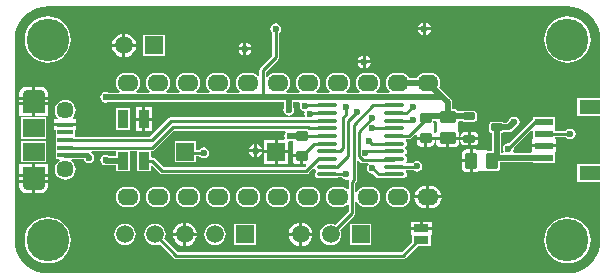
<source format=gbl>
G04 Layer_Physical_Order=2*
G04 Layer_Color=16711680*
%FSLAX44Y44*%
%MOMM*%
G71*
G01*
G75*
G04:AMPARAMS|DCode=10|XSize=1mm|YSize=0.9mm|CornerRadius=0.1125mm|HoleSize=0mm|Usage=FLASHONLY|Rotation=180.000|XOffset=0mm|YOffset=0mm|HoleType=Round|Shape=RoundedRectangle|*
%AMROUNDEDRECTD10*
21,1,1.0000,0.6750,0,0,180.0*
21,1,0.7750,0.9000,0,0,180.0*
1,1,0.2250,-0.3875,0.3375*
1,1,0.2250,0.3875,0.3375*
1,1,0.2250,0.3875,-0.3375*
1,1,0.2250,-0.3875,-0.3375*
%
%ADD10ROUNDEDRECTD10*%
%ADD12R,1.5500X0.6000*%
%ADD13R,1.8000X1.2000*%
%ADD14C,0.4000*%
%ADD15C,0.2500*%
%ADD16C,0.5000*%
%ADD17R,1.5000X1.5000*%
%ADD18C,1.5000*%
%ADD19O,1.8000X1.4000*%
G04:AMPARAMS|DCode=20|XSize=1.5mm|YSize=1.9mm|CornerRadius=0.375mm|HoleSize=0mm|Usage=FLASHONLY|Rotation=90.000|XOffset=0mm|YOffset=0mm|HoleType=Round|Shape=RoundedRectangle|*
%AMROUNDEDRECTD20*
21,1,1.5000,1.1500,0,0,90.0*
21,1,0.7500,1.9000,0,0,90.0*
1,1,0.7500,0.5750,0.3750*
1,1,0.7500,0.5750,-0.3750*
1,1,0.7500,-0.5750,-0.3750*
1,1,0.7500,-0.5750,0.3750*
%
%ADD20ROUNDEDRECTD20*%
%ADD21C,1.4500*%
%ADD22C,3.6000*%
%ADD23C,0.6000*%
%ADD24R,1.2700X0.6350*%
G04:AMPARAMS|DCode=25|XSize=1.4mm|YSize=1mm|CornerRadius=0.125mm|HoleSize=0mm|Usage=FLASHONLY|Rotation=180.000|XOffset=0mm|YOffset=0mm|HoleType=Round|Shape=RoundedRectangle|*
%AMROUNDEDRECTD25*
21,1,1.4000,0.7500,0,0,180.0*
21,1,1.1500,1.0000,0,0,180.0*
1,1,0.2500,-0.5750,0.3750*
1,1,0.2500,0.5750,0.3750*
1,1,0.2500,0.5750,-0.3750*
1,1,0.2500,-0.5750,-0.3750*
%
%ADD25ROUNDEDRECTD25*%
G04:AMPARAMS|DCode=26|XSize=1.4mm|YSize=1mm|CornerRadius=0.125mm|HoleSize=0mm|Usage=FLASHONLY|Rotation=90.000|XOffset=0mm|YOffset=0mm|HoleType=Round|Shape=RoundedRectangle|*
%AMROUNDEDRECTD26*
21,1,1.4000,0.7500,0,0,90.0*
21,1,1.1500,1.0000,0,0,90.0*
1,1,0.2500,0.3750,0.5750*
1,1,0.2500,0.3750,-0.5750*
1,1,0.2500,-0.3750,-0.5750*
1,1,0.2500,-0.3750,0.5750*
%
%ADD26ROUNDEDRECTD26*%
G04:AMPARAMS|DCode=27|XSize=0.6mm|YSize=1mm|CornerRadius=0.075mm|HoleSize=0mm|Usage=FLASHONLY|Rotation=90.000|XOffset=0mm|YOffset=0mm|HoleType=Round|Shape=RoundedRectangle|*
%AMROUNDEDRECTD27*
21,1,0.6000,0.8500,0,0,90.0*
21,1,0.4500,1.0000,0,0,90.0*
1,1,0.1500,0.4250,0.2250*
1,1,0.1500,0.4250,-0.2250*
1,1,0.1500,-0.4250,-0.2250*
1,1,0.1500,-0.4250,0.2250*
%
%ADD27ROUNDEDRECTD27*%
%ADD28R,1.9000X1.5000*%
%ADD29R,1.3500X0.4000*%
%ADD30O,1.8000X0.3500*%
%ADD31R,0.8636X1.5160*%
G36*
X470000Y227959D02*
X474374Y227615D01*
X478640Y226591D01*
X482693Y224912D01*
X486434Y222619D01*
X489770Y219770D01*
X492619Y216434D01*
X494911Y212693D01*
X496590Y208640D01*
X497615Y204374D01*
X497959Y200000D01*
X497960D01*
X497961Y199998D01*
Y150500D01*
X478500D01*
Y135500D01*
X497961D01*
Y94500D01*
X478500D01*
Y79500D01*
X497961D01*
Y30002D01*
X497960Y30000D01*
X497959D01*
X497615Y25626D01*
X496590Y21360D01*
X494911Y17307D01*
X492619Y13566D01*
X489770Y10230D01*
X486434Y7381D01*
X482693Y5088D01*
X478640Y3410D01*
X474374Y2385D01*
X470000Y2041D01*
Y2040D01*
X469999Y2039D01*
X30001D01*
X30000Y2039D01*
Y2041D01*
X25626Y2385D01*
X21360Y3410D01*
X17307Y5088D01*
X13566Y7381D01*
X10230Y10230D01*
X7381Y13566D01*
X5088Y17307D01*
X3410Y21360D01*
X2385Y25626D01*
X2041Y30000D01*
X2039D01*
X2039Y30001D01*
Y199999D01*
X2040Y200000D01*
X2041D01*
X2385Y204374D01*
X3410Y208640D01*
X5088Y212693D01*
X7381Y216434D01*
X10230Y219770D01*
X13566Y222619D01*
X17307Y224912D01*
X21360Y226591D01*
X25626Y227615D01*
X30000Y227959D01*
Y227961D01*
X470000D01*
Y227959D01*
D02*
G37*
%LPC*%
G36*
X350270Y214396D02*
Y210270D01*
X354396D01*
X354218Y211162D01*
X352994Y212994D01*
X351162Y214219D01*
X350270Y214396D01*
D02*
G37*
G36*
X347730D02*
X346838Y214219D01*
X345006Y212994D01*
X343781Y211162D01*
X343604Y210270D01*
X347730D01*
Y214396D01*
D02*
G37*
G36*
X354396Y207730D02*
X350270D01*
Y203604D01*
X351162Y203781D01*
X352994Y205006D01*
X354218Y206838D01*
X354396Y207730D01*
D02*
G37*
G36*
X347730D02*
X343604D01*
X343781Y206838D01*
X345006Y205006D01*
X346838Y203781D01*
X347730Y203604D01*
Y207730D01*
D02*
G37*
G36*
X95870Y204959D02*
Y196270D01*
X104559D01*
X104382Y197621D01*
X103370Y200063D01*
X101761Y202161D01*
X99663Y203770D01*
X97221Y204782D01*
X95870Y204959D01*
D02*
G37*
G36*
X93330Y204959D02*
X91979Y204782D01*
X89537Y203770D01*
X87439Y202161D01*
X85830Y200063D01*
X84818Y197621D01*
X84641Y196270D01*
X93330D01*
Y204959D01*
D02*
G37*
G36*
X198270Y197396D02*
Y193270D01*
X202396D01*
X202219Y194162D01*
X200994Y195994D01*
X199162Y197219D01*
X198270Y197396D01*
D02*
G37*
G36*
X195730D02*
X194838Y197219D01*
X193006Y195994D01*
X191782Y194162D01*
X191604Y193270D01*
X195730D01*
Y197396D01*
D02*
G37*
G36*
X202396Y190730D02*
X198270D01*
Y186604D01*
X199162Y186781D01*
X200994Y188006D01*
X202219Y189838D01*
X202396Y190730D01*
D02*
G37*
G36*
X195730D02*
X191604D01*
X191782Y189838D01*
X193006Y188006D01*
X194838Y186781D01*
X195730Y186604D01*
Y190730D01*
D02*
G37*
G36*
X129000Y204000D02*
X111000D01*
Y186000D01*
X129000D01*
Y204000D01*
D02*
G37*
G36*
X104559Y193730D02*
X95870D01*
Y185041D01*
X97221Y185218D01*
X99663Y186230D01*
X101761Y187839D01*
X103370Y189937D01*
X104382Y192379D01*
X104559Y193730D01*
D02*
G37*
G36*
X93330D02*
X84641D01*
X84818Y192379D01*
X85830Y189937D01*
X87439Y187839D01*
X89537Y186230D01*
X91979Y185218D01*
X93330Y185040D01*
Y193730D01*
D02*
G37*
G36*
X299270Y186396D02*
Y182270D01*
X303396D01*
X303218Y183162D01*
X301994Y184994D01*
X300162Y186219D01*
X299270Y186396D01*
D02*
G37*
G36*
X296730D02*
X295838Y186219D01*
X294006Y184994D01*
X292781Y183162D01*
X292604Y182270D01*
X296730D01*
Y186396D01*
D02*
G37*
G36*
X470000Y219595D02*
X466177Y219218D01*
X462501Y218103D01*
X459114Y216292D01*
X456145Y213856D01*
X453708Y210886D01*
X451897Y207499D01*
X450782Y203823D01*
X450406Y200000D01*
X450782Y196178D01*
X451897Y192502D01*
X453708Y189114D01*
X456145Y186145D01*
X459114Y183708D01*
X462501Y181898D01*
X466177Y180782D01*
X470000Y180406D01*
X473823Y180782D01*
X477498Y181898D01*
X480886Y183708D01*
X483855Y186145D01*
X486292Y189114D01*
X488103Y192502D01*
X489218Y196178D01*
X489594Y200000D01*
X489218Y203823D01*
X488103Y207499D01*
X486292Y210886D01*
X483855Y213856D01*
X480886Y216292D01*
X477498Y218103D01*
X473823Y219218D01*
X470000Y219595D01*
D02*
G37*
G36*
X30000D02*
X26177Y219218D01*
X22502Y218103D01*
X19114Y216292D01*
X16145Y213856D01*
X13708Y210886D01*
X11897Y207499D01*
X10782Y203823D01*
X10406Y200000D01*
X10782Y196178D01*
X11897Y192502D01*
X13708Y189114D01*
X16145Y186145D01*
X19114Y183708D01*
X22502Y181898D01*
X26177Y180782D01*
X30000Y180406D01*
X33823Y180782D01*
X37499Y181898D01*
X40886Y183708D01*
X43855Y186145D01*
X46292Y189114D01*
X48103Y192502D01*
X49218Y196178D01*
X49594Y200000D01*
X49218Y203823D01*
X48103Y207499D01*
X46292Y210886D01*
X43855Y213856D01*
X40886Y216292D01*
X37499Y218103D01*
X33823Y219218D01*
X30000Y219595D01*
D02*
G37*
G36*
X303396Y179730D02*
X299270D01*
Y175604D01*
X300162Y175781D01*
X301994Y177006D01*
X303218Y178838D01*
X303396Y179730D01*
D02*
G37*
G36*
X296730D02*
X292604D01*
X292781Y178838D01*
X294006Y177006D01*
X295838Y175781D01*
X296730Y175604D01*
Y179730D01*
D02*
G37*
G36*
X223000Y213588D02*
X221244Y213239D01*
X219756Y212244D01*
X218761Y210756D01*
X218412Y209000D01*
X218761Y207244D01*
X219756Y205756D01*
X220196Y205461D01*
Y186161D01*
X210017Y175983D01*
X209410Y175073D01*
X209196Y174000D01*
Y169399D01*
X207926Y168968D01*
X207662Y169312D01*
X205887Y170675D01*
X203819Y171531D01*
X201600Y171823D01*
X197600D01*
X195381Y171531D01*
X193313Y170675D01*
X191538Y169312D01*
X190175Y167537D01*
X189319Y165469D01*
X189027Y163250D01*
X189319Y161031D01*
X190175Y158963D01*
X191538Y157188D01*
X192632Y156348D01*
X192201Y155078D01*
X181599D01*
X181168Y156348D01*
X182262Y157188D01*
X183625Y158963D01*
X184481Y161031D01*
X184773Y163250D01*
X184481Y165469D01*
X183625Y167537D01*
X182262Y169312D01*
X180487Y170675D01*
X178419Y171531D01*
X176200Y171823D01*
X172200D01*
X169981Y171531D01*
X167913Y170675D01*
X166138Y169312D01*
X164775Y167537D01*
X163919Y165469D01*
X163627Y163250D01*
X163919Y161031D01*
X164775Y158963D01*
X166138Y157188D01*
X167232Y156348D01*
X166800Y155078D01*
X156199D01*
X155768Y156348D01*
X156862Y157188D01*
X158225Y158963D01*
X159081Y161031D01*
X159373Y163250D01*
X159081Y165469D01*
X158225Y167537D01*
X156862Y169312D01*
X155087Y170675D01*
X153019Y171531D01*
X150800Y171823D01*
X146800D01*
X144581Y171531D01*
X142513Y170675D01*
X140738Y169312D01*
X139375Y167537D01*
X138519Y165469D01*
X138227Y163250D01*
X138519Y161031D01*
X139375Y158963D01*
X140738Y157188D01*
X141832Y156348D01*
X141400Y155078D01*
X130799D01*
X130368Y156348D01*
X131462Y157188D01*
X132825Y158963D01*
X133681Y161031D01*
X133973Y163250D01*
X133681Y165469D01*
X132825Y167537D01*
X131462Y169312D01*
X129687Y170675D01*
X127619Y171531D01*
X125400Y171823D01*
X121400D01*
X119181Y171531D01*
X117113Y170675D01*
X115338Y169312D01*
X113975Y167537D01*
X113119Y165469D01*
X112827Y163250D01*
X113119Y161031D01*
X113975Y158963D01*
X115338Y157188D01*
X116432Y156348D01*
X116000Y155078D01*
X105399D01*
X104968Y156348D01*
X106062Y157188D01*
X107425Y158963D01*
X108281Y161031D01*
X108573Y163250D01*
X108281Y165469D01*
X107425Y167537D01*
X106062Y169312D01*
X104287Y170675D01*
X102219Y171531D01*
X100000Y171823D01*
X96000D01*
X93781Y171531D01*
X91713Y170675D01*
X89938Y169312D01*
X88575Y167537D01*
X87719Y165469D01*
X87427Y163250D01*
X87719Y161031D01*
X88575Y158963D01*
X89938Y157188D01*
X91032Y156348D01*
X90601Y155078D01*
X80996D01*
X80756Y155239D01*
X79000Y155588D01*
X77244Y155239D01*
X75756Y154244D01*
X74761Y152756D01*
X74412Y151000D01*
X74761Y149244D01*
X75756Y147756D01*
X77244Y146761D01*
X79000Y146412D01*
X80756Y146761D01*
X80996Y146922D01*
X229922D01*
Y141996D01*
X229761Y141756D01*
X229412Y140000D01*
X229761Y138244D01*
X230756Y136756D01*
X232244Y135761D01*
X234000Y135412D01*
X235756Y135761D01*
X237244Y136756D01*
X238239Y138244D01*
X238588Y140000D01*
X238239Y141756D01*
X238078Y141996D01*
Y146922D01*
X243193D01*
X243708Y145957D01*
X243740Y145652D01*
X243412Y144000D01*
X243761Y142244D01*
X244756Y140756D01*
X246244Y139761D01*
X247318Y139548D01*
X247564Y138953D01*
X247215Y137197D01*
X247564Y135441D01*
X247743Y135174D01*
X247144Y134054D01*
X134179D01*
X133106Y133841D01*
X132196Y133233D01*
X116768Y117804D01*
X53250D01*
Y123460D01*
X54290D01*
Y126730D01*
X45000D01*
X35710D01*
Y123460D01*
X36750D01*
Y111500D01*
Y105000D01*
Y98500D01*
X39618D01*
X40049Y97230D01*
X38759Y96241D01*
X37357Y94413D01*
X36475Y92284D01*
X36174Y90000D01*
X36475Y87716D01*
X37357Y85588D01*
X38759Y83760D01*
X40587Y82357D01*
X42716Y81475D01*
X45000Y81175D01*
X47284Y81475D01*
X49413Y82357D01*
X51241Y83760D01*
X52643Y85588D01*
X53525Y87716D01*
X53825Y90000D01*
X53525Y92284D01*
X52643Y94413D01*
X51241Y96241D01*
X50040Y97162D01*
X50472Y98432D01*
X60724D01*
X60761Y98244D01*
X61756Y96756D01*
X63244Y95761D01*
X65000Y95412D01*
X66756Y95761D01*
X68244Y96756D01*
X69239Y98244D01*
X69588Y100000D01*
X69239Y101756D01*
X68244Y103244D01*
X66756Y104239D01*
X66474Y104295D01*
X66433Y104426D01*
X67364Y105696D01*
X87932D01*
Y101578D01*
X81744D01*
X80756Y102239D01*
X79000Y102588D01*
X77244Y102239D01*
X75756Y101244D01*
X74761Y99756D01*
X74412Y98000D01*
X74761Y96244D01*
X75756Y94756D01*
X77244Y93761D01*
X79000Y93412D01*
X79275Y93467D01*
X79500Y93422D01*
X87932D01*
Y88420D01*
X99568D01*
Y105696D01*
X105572D01*
Y88420D01*
X117208D01*
Y93031D01*
X118478Y93557D01*
X125017Y87017D01*
X125927Y86410D01*
X127000Y86196D01*
X249000D01*
X250073Y86410D01*
X250983Y87017D01*
X254985Y91020D01*
X256411Y90649D01*
X256907Y89907D01*
X257121Y89764D01*
Y88236D01*
X256907Y88093D01*
X256189Y87018D01*
X255936Y85750D01*
X256189Y84482D01*
X256907Y83407D01*
X257982Y82689D01*
X259250Y82436D01*
X273750D01*
X275018Y82689D01*
X275778Y83196D01*
X279461D01*
X279756Y82756D01*
X281244Y81761D01*
X283000Y81412D01*
X284183Y81647D01*
X284960Y80523D01*
X284746Y79450D01*
Y73628D01*
X283476Y73109D01*
X282087Y74175D01*
X280019Y75031D01*
X277800Y75323D01*
X273800D01*
X271581Y75031D01*
X269513Y74175D01*
X267738Y72812D01*
X266375Y71037D01*
X265519Y68969D01*
X265227Y66750D01*
X265519Y64531D01*
X266375Y62463D01*
X267738Y60688D01*
X269513Y59325D01*
X271581Y58469D01*
X273800Y58177D01*
X277800D01*
X280019Y58469D01*
X282087Y59325D01*
X283476Y60391D01*
X284746Y59872D01*
Y54111D01*
X273685Y43050D01*
X271950Y43768D01*
X269600Y44078D01*
X267251Y43768D01*
X265061Y42861D01*
X263181Y41419D01*
X261739Y39539D01*
X260832Y37350D01*
X260522Y35000D01*
X260832Y32651D01*
X261739Y30461D01*
X263181Y28581D01*
X265061Y27139D01*
X267251Y26232D01*
X269600Y25923D01*
X271950Y26232D01*
X274139Y27139D01*
X276019Y28581D01*
X277461Y30461D01*
X278368Y32651D01*
X278678Y35000D01*
X278368Y37350D01*
X277650Y39084D01*
X289533Y50967D01*
X290140Y51877D01*
X290354Y52950D01*
Y62576D01*
X291624Y62829D01*
X291775Y62463D01*
X293138Y60688D01*
X294913Y59325D01*
X296981Y58469D01*
X299200Y58177D01*
X303200D01*
X305419Y58469D01*
X307487Y59325D01*
X309262Y60688D01*
X310625Y62463D01*
X311481Y64531D01*
X311773Y66750D01*
X311481Y68969D01*
X310625Y71037D01*
X309262Y72812D01*
X307487Y74175D01*
X305419Y75031D01*
X303200Y75323D01*
X299200D01*
X296981Y75031D01*
X294913Y74175D01*
X293138Y72812D01*
X291775Y71037D01*
X291624Y70671D01*
X290354Y70924D01*
Y78289D01*
X290983Y78917D01*
X291590Y79827D01*
X291804Y80900D01*
Y97440D01*
X292977Y97926D01*
X294636Y96267D01*
X295545Y95660D01*
X296618Y95446D01*
X301268D01*
X301631Y94552D01*
X301710Y94176D01*
X300761Y92756D01*
X300412Y91000D01*
X300761Y89244D01*
X301756Y87756D01*
X303244Y86761D01*
X305000Y86412D01*
X305520Y86515D01*
X308267Y83767D01*
X309177Y83160D01*
X310250Y82946D01*
X314596D01*
X314982Y82689D01*
X316250Y82436D01*
X330750D01*
X332018Y82689D01*
X333093Y83407D01*
X333811Y84482D01*
X334063Y85750D01*
X333811Y87018D01*
X333093Y88093D01*
X332969Y88176D01*
X333354Y89446D01*
X339128D01*
X339256Y89256D01*
X340744Y88261D01*
X342500Y87912D01*
X344256Y88261D01*
X345744Y89256D01*
X346739Y90744D01*
X347088Y92500D01*
X346739Y94256D01*
X345744Y95744D01*
X344256Y96739D01*
X342500Y97088D01*
X340744Y96739D01*
X339256Y95744D01*
X338794Y95054D01*
X333353D01*
X332968Y96324D01*
X333093Y96407D01*
X333811Y97482D01*
X334063Y98750D01*
X333811Y100018D01*
X333093Y101093D01*
X332879Y101236D01*
Y102764D01*
X333093Y102907D01*
X333811Y103982D01*
X334063Y105250D01*
X333811Y106518D01*
X333093Y107593D01*
X332879Y107736D01*
Y109264D01*
X333093Y109407D01*
X333811Y110482D01*
X334063Y111750D01*
X333811Y113018D01*
X333093Y114093D01*
X332968Y114177D01*
X333353Y115447D01*
X335750D01*
X336823Y115660D01*
X337733Y116268D01*
X341118Y119653D01*
X342388Y119127D01*
Y117770D01*
X350000D01*
X357612D01*
Y119875D01*
X357327Y121305D01*
X357000Y121795D01*
Y129000D01*
X356439Y129561D01*
X356551Y130125D01*
Y130962D01*
X358528D01*
X359520Y130290D01*
Y122247D01*
X359200Y121768D01*
X358906Y120290D01*
Y117809D01*
X368520D01*
X378134D01*
Y120290D01*
X377840Y121768D01*
X377520Y122247D01*
Y130290D01*
X378512Y130962D01*
X381456D01*
X381892Y130670D01*
X382770Y130496D01*
X391270D01*
X392148Y130670D01*
X392892Y131168D01*
X393389Y131912D01*
X393564Y132790D01*
Y137290D01*
X393389Y138168D01*
X392892Y138912D01*
X392148Y139409D01*
X391270Y139584D01*
X382770D01*
X381892Y139409D01*
X381456Y139118D01*
X376909D01*
X376860Y139363D01*
X376253Y140272D01*
X375343Y140880D01*
X374270Y141093D01*
X372598D01*
Y146730D01*
X372288Y148291D01*
X371404Y149614D01*
X371404Y149614D01*
X367134Y153884D01*
X367134Y153884D01*
X361609Y159409D01*
X362281Y161031D01*
X362573Y163250D01*
X362281Y165469D01*
X361425Y167537D01*
X360062Y169312D01*
X358287Y170675D01*
X356219Y171531D01*
X354000Y171823D01*
X350000D01*
X347781Y171531D01*
X345713Y170675D01*
X343938Y169312D01*
X342575Y167537D01*
X342489Y167328D01*
X336111D01*
X336025Y167537D01*
X334662Y169312D01*
X332887Y170675D01*
X330819Y171531D01*
X328600Y171823D01*
X324600D01*
X322381Y171531D01*
X320313Y170675D01*
X318538Y169312D01*
X317175Y167537D01*
X316319Y165469D01*
X316027Y163250D01*
X316319Y161031D01*
X317175Y158963D01*
X318538Y157188D01*
X319632Y156348D01*
X319200Y155078D01*
X308599D01*
X308168Y156348D01*
X309262Y157188D01*
X310625Y158963D01*
X311481Y161031D01*
X311773Y163250D01*
X311481Y165469D01*
X310625Y167537D01*
X309262Y169312D01*
X307487Y170675D01*
X305419Y171531D01*
X303200Y171823D01*
X299200D01*
X296981Y171531D01*
X294913Y170675D01*
X293138Y169312D01*
X291775Y167537D01*
X290919Y165469D01*
X290627Y163250D01*
X290919Y161031D01*
X291775Y158963D01*
X293138Y157188D01*
X294232Y156348D01*
X293801Y155078D01*
X283199D01*
X282768Y156348D01*
X283862Y157188D01*
X285225Y158963D01*
X286081Y161031D01*
X286373Y163250D01*
X286081Y165469D01*
X285225Y167537D01*
X283862Y169312D01*
X282087Y170675D01*
X280019Y171531D01*
X277800Y171823D01*
X273800D01*
X271581Y171531D01*
X269513Y170675D01*
X267738Y169312D01*
X266375Y167537D01*
X265519Y165469D01*
X265227Y163250D01*
X265519Y161031D01*
X266375Y158963D01*
X267738Y157188D01*
X268832Y156348D01*
X268400Y155078D01*
X257799D01*
X257368Y156348D01*
X258462Y157188D01*
X259825Y158963D01*
X260681Y161031D01*
X260973Y163250D01*
X260681Y165469D01*
X259825Y167537D01*
X258462Y169312D01*
X256687Y170675D01*
X254619Y171531D01*
X252400Y171823D01*
X248400D01*
X246181Y171531D01*
X244113Y170675D01*
X242338Y169312D01*
X240975Y167537D01*
X240119Y165469D01*
X239827Y163250D01*
X240119Y161031D01*
X240975Y158963D01*
X242338Y157188D01*
X243432Y156348D01*
X243001Y155078D01*
X232399D01*
X231968Y156348D01*
X233062Y157188D01*
X234425Y158963D01*
X235281Y161031D01*
X235573Y163250D01*
X235281Y165469D01*
X234425Y167537D01*
X233062Y169312D01*
X231287Y170675D01*
X229219Y171531D01*
X227000Y171823D01*
X223000D01*
X220781Y171531D01*
X218713Y170675D01*
X216938Y169312D01*
X216074Y168186D01*
X214804Y168618D01*
Y172839D01*
X224983Y183017D01*
X225590Y183927D01*
X225804Y185000D01*
Y205461D01*
X226244Y205756D01*
X227239Y207244D01*
X227588Y209000D01*
X227239Y210756D01*
X226244Y212244D01*
X224756Y213239D01*
X223000Y213588D01*
D02*
G37*
G36*
X23750Y160163D02*
X19270D01*
Y151270D01*
X30164D01*
Y153750D01*
X30040Y154370D01*
Y155540D01*
X29807D01*
X29675Y156204D01*
X28285Y158285D01*
X26205Y159675D01*
X23750Y160163D01*
D02*
G37*
G36*
X16730D02*
X12250D01*
X9796Y159675D01*
X7715Y158285D01*
X6325Y156204D01*
X6193Y155540D01*
X5960D01*
Y154370D01*
X5837Y153750D01*
Y151270D01*
X16730D01*
Y160163D01*
D02*
G37*
G36*
X30164Y148730D02*
X18000D01*
X5837D01*
Y146770D01*
X18000D01*
X30164D01*
Y148730D01*
D02*
G37*
G36*
X30040Y144230D02*
X19270D01*
Y135460D01*
X30040D01*
Y144230D01*
D02*
G37*
G36*
X16730D02*
X5960D01*
Y135460D01*
X16730D01*
Y144230D01*
D02*
G37*
G36*
X118248Y142646D02*
X112660D01*
Y133796D01*
X118248D01*
Y142646D01*
D02*
G37*
G36*
X110120D02*
X104532D01*
Y133796D01*
X110120D01*
Y142646D01*
D02*
G37*
G36*
X425000Y134588D02*
X423244Y134239D01*
X421756Y133244D01*
X420761Y131756D01*
X420705Y131472D01*
X418851Y129618D01*
X415583D01*
X415148Y129909D01*
X414270Y130084D01*
X405770D01*
X404892Y129909D01*
X404148Y129412D01*
X403651Y128668D01*
X403476Y127790D01*
Y123290D01*
X403651Y122412D01*
X404148Y121668D01*
X404892Y121170D01*
X405770Y120996D01*
X405942D01*
Y105894D01*
X402670D01*
X402625Y105885D01*
X402170Y106340D01*
X394128D01*
X393649Y106660D01*
X392170Y106954D01*
X389690D01*
Y97340D01*
Y87726D01*
X392170D01*
X393649Y88020D01*
X394127Y88340D01*
X402170D01*
X402625Y88795D01*
X402670Y88786D01*
X410170D01*
X411243Y89000D01*
X412152Y89608D01*
X412760Y90517D01*
X412974Y91590D01*
Y95922D01*
X440750D01*
Y95500D01*
X459250D01*
Y104460D01*
X460290D01*
Y108730D01*
X439710D01*
Y104460D01*
X438598Y104078D01*
X424653D01*
X423974Y105348D01*
X424239Y105744D01*
X424588Y107500D01*
X424485Y108020D01*
X439577Y123111D01*
X440750Y122625D01*
Y115540D01*
X439710D01*
Y111270D01*
X460290D01*
Y115540D01*
X459250D01*
Y117196D01*
X468961D01*
X469256Y116756D01*
X470744Y115761D01*
X472500Y115412D01*
X474256Y115761D01*
X475744Y116756D01*
X476739Y118244D01*
X477088Y120000D01*
X476739Y121756D01*
X475744Y123244D01*
X474256Y124239D01*
X472500Y124588D01*
X470744Y124239D01*
X469256Y123244D01*
X468961Y122804D01*
X459250D01*
Y124500D01*
X459250Y124500D01*
Y125500D01*
X459250D01*
X459250Y125770D01*
Y134500D01*
X440750D01*
Y132138D01*
X440517Y131983D01*
X420520Y111985D01*
X420000Y112088D01*
X418244Y111739D01*
X416756Y110744D01*
X415761Y109256D01*
X415412Y107500D01*
X415761Y105744D01*
X416026Y105348D01*
X415347Y104078D01*
X414098D01*
Y120996D01*
X414270D01*
X415148Y121170D01*
X415583Y121461D01*
X420540D01*
X420540Y121461D01*
X422101Y121772D01*
X423424Y122656D01*
X426472Y125705D01*
X426756Y125761D01*
X428244Y126756D01*
X429239Y128244D01*
X429588Y130000D01*
X429239Y131756D01*
X428244Y133244D01*
X426756Y134239D01*
X425000Y134588D01*
D02*
G37*
G36*
X45000Y148826D02*
X42716Y148525D01*
X40587Y147643D01*
X38759Y146241D01*
X37357Y144413D01*
X36475Y142284D01*
X36174Y140000D01*
X36475Y137716D01*
X37357Y135587D01*
X38721Y133810D01*
X38651Y133359D01*
X38373Y132540D01*
X35710D01*
Y129270D01*
X45000D01*
X54290D01*
Y132540D01*
X51627D01*
X51349Y133359D01*
X51279Y133810D01*
X52643Y135587D01*
X53525Y137716D01*
X53825Y140000D01*
X53525Y142284D01*
X52643Y144413D01*
X51241Y146241D01*
X49413Y147643D01*
X47284Y148525D01*
X45000Y148826D01*
D02*
G37*
G36*
X99568Y141606D02*
X87932D01*
Y123446D01*
X99568D01*
Y141606D01*
D02*
G37*
G36*
X118248Y131256D02*
X112660D01*
Y122406D01*
X118248D01*
Y131256D01*
D02*
G37*
G36*
X110120D02*
X104532D01*
Y122406D01*
X110120D01*
Y131256D01*
D02*
G37*
G36*
X391270Y121644D02*
X388290D01*
Y117310D01*
X394624D01*
Y118290D01*
X394369Y119573D01*
X393642Y120662D01*
X392553Y121389D01*
X391270Y121644D01*
D02*
G37*
G36*
X385750D02*
X382770D01*
X381486Y121389D01*
X380398Y120662D01*
X379671Y119573D01*
X379415Y118290D01*
Y117310D01*
X385750D01*
Y121644D01*
D02*
G37*
G36*
X29000Y134000D02*
X7000D01*
Y116000D01*
X29000D01*
Y134000D01*
D02*
G37*
G36*
X394624Y114770D02*
X388290D01*
Y110435D01*
X391270D01*
X392553Y110691D01*
X393642Y111418D01*
X394369Y112506D01*
X394624Y113790D01*
Y114770D01*
D02*
G37*
G36*
X385750D02*
X379415D01*
Y113790D01*
X379671Y112506D01*
X380398Y111418D01*
X381486Y110691D01*
X382770Y110435D01*
X385750D01*
Y114770D01*
D02*
G37*
G36*
X357612Y115230D02*
X351270D01*
Y109388D01*
X353875D01*
X355305Y109673D01*
X356517Y110483D01*
X357327Y111695D01*
X357612Y113125D01*
Y115230D01*
D02*
G37*
G36*
X348730D02*
X342388D01*
Y113125D01*
X342673Y111695D01*
X343483Y110483D01*
X344695Y109673D01*
X346125Y109388D01*
X348730D01*
Y115230D01*
D02*
G37*
G36*
X378134Y115269D02*
X369790D01*
Y108925D01*
X374270D01*
X375749Y109220D01*
X377002Y110057D01*
X377840Y111311D01*
X378134Y112790D01*
Y115269D01*
D02*
G37*
G36*
X367250D02*
X358906D01*
Y112790D01*
X359200Y111311D01*
X360037Y110057D01*
X361291Y109220D01*
X362770Y108925D01*
X367250D01*
Y115269D01*
D02*
G37*
G36*
X387150Y106954D02*
X384670D01*
X383191Y106660D01*
X381937Y105823D01*
X381100Y104569D01*
X380806Y103090D01*
Y98610D01*
X387150D01*
Y106954D01*
D02*
G37*
G36*
X29000Y114000D02*
X7000D01*
Y96000D01*
X29000D01*
Y114000D01*
D02*
G37*
G36*
X387150Y96070D02*
X380806D01*
Y91590D01*
X381100Y90112D01*
X381937Y88858D01*
X383191Y88020D01*
X384670Y87726D01*
X387150D01*
Y96070D01*
D02*
G37*
G36*
X30040Y94540D02*
X19270D01*
Y85770D01*
X30040D01*
Y94540D01*
D02*
G37*
G36*
X16730D02*
X5960D01*
Y85770D01*
X16730D01*
Y94540D01*
D02*
G37*
G36*
X30164Y83230D02*
X18000D01*
X5837D01*
Y81270D01*
X18000D01*
X30164D01*
Y83230D01*
D02*
G37*
G36*
Y78730D02*
X19270D01*
Y69837D01*
X23750D01*
X26205Y70325D01*
X28285Y71715D01*
X29675Y73795D01*
X29808Y74460D01*
X30040D01*
Y75630D01*
X30164Y76250D01*
Y78730D01*
D02*
G37*
G36*
X16730D02*
X5837D01*
Y76250D01*
X5960Y75630D01*
Y74460D01*
X6193D01*
X6325Y73795D01*
X7715Y71715D01*
X9796Y70325D01*
X12250Y69837D01*
X16730D01*
Y78730D01*
D02*
G37*
G36*
X354000Y76372D02*
X353270D01*
Y68020D01*
X363455D01*
X363294Y69240D01*
X362333Y71561D01*
X360804Y73554D01*
X358811Y75083D01*
X356490Y76044D01*
X354000Y76372D01*
D02*
G37*
G36*
X350730D02*
X350000D01*
X347509Y76044D01*
X345189Y75083D01*
X343196Y73554D01*
X341667Y71561D01*
X340705Y69240D01*
X340545Y68020D01*
X350730D01*
Y76372D01*
D02*
G37*
G36*
X328600Y75323D02*
X324600D01*
X322381Y75031D01*
X320313Y74175D01*
X318538Y72812D01*
X317175Y71037D01*
X316319Y68969D01*
X316027Y66750D01*
X316319Y64531D01*
X317175Y62463D01*
X318538Y60688D01*
X320313Y59325D01*
X322381Y58469D01*
X324600Y58177D01*
X328600D01*
X330819Y58469D01*
X332887Y59325D01*
X334662Y60688D01*
X336025Y62463D01*
X336881Y64531D01*
X337173Y66750D01*
X336881Y68969D01*
X336025Y71037D01*
X334662Y72812D01*
X332887Y74175D01*
X330819Y75031D01*
X328600Y75323D01*
D02*
G37*
G36*
X252400D02*
X248400D01*
X246181Y75031D01*
X244113Y74175D01*
X242338Y72812D01*
X240975Y71037D01*
X240119Y68969D01*
X239827Y66750D01*
X240119Y64531D01*
X240975Y62463D01*
X242338Y60688D01*
X244113Y59325D01*
X246181Y58469D01*
X248400Y58177D01*
X252400D01*
X254619Y58469D01*
X256687Y59325D01*
X258462Y60688D01*
X259825Y62463D01*
X260681Y64531D01*
X260973Y66750D01*
X260681Y68969D01*
X259825Y71037D01*
X258462Y72812D01*
X256687Y74175D01*
X254619Y75031D01*
X252400Y75323D01*
D02*
G37*
G36*
X227000D02*
X223000D01*
X220781Y75031D01*
X218713Y74175D01*
X216938Y72812D01*
X215575Y71037D01*
X214719Y68969D01*
X214427Y66750D01*
X214719Y64531D01*
X215575Y62463D01*
X216938Y60688D01*
X218713Y59325D01*
X220781Y58469D01*
X223000Y58177D01*
X227000D01*
X229219Y58469D01*
X231287Y59325D01*
X233062Y60688D01*
X234425Y62463D01*
X235281Y64531D01*
X235573Y66750D01*
X235281Y68969D01*
X234425Y71037D01*
X233062Y72812D01*
X231287Y74175D01*
X229219Y75031D01*
X227000Y75323D01*
D02*
G37*
G36*
X201600D02*
X197600D01*
X195381Y75031D01*
X193313Y74175D01*
X191538Y72812D01*
X190175Y71037D01*
X189319Y68969D01*
X189027Y66750D01*
X189319Y64531D01*
X190175Y62463D01*
X191538Y60688D01*
X193313Y59325D01*
X195381Y58469D01*
X197600Y58177D01*
X201600D01*
X203819Y58469D01*
X205887Y59325D01*
X207662Y60688D01*
X209025Y62463D01*
X209881Y64531D01*
X210173Y66750D01*
X209881Y68969D01*
X209025Y71037D01*
X207662Y72812D01*
X205887Y74175D01*
X203819Y75031D01*
X201600Y75323D01*
D02*
G37*
G36*
X176200D02*
X172200D01*
X169981Y75031D01*
X167913Y74175D01*
X166138Y72812D01*
X164775Y71037D01*
X163919Y68969D01*
X163627Y66750D01*
X163919Y64531D01*
X164775Y62463D01*
X166138Y60688D01*
X167913Y59325D01*
X169981Y58469D01*
X172200Y58177D01*
X176200D01*
X178419Y58469D01*
X180487Y59325D01*
X182262Y60688D01*
X183625Y62463D01*
X184481Y64531D01*
X184773Y66750D01*
X184481Y68969D01*
X183625Y71037D01*
X182262Y72812D01*
X180487Y74175D01*
X178419Y75031D01*
X176200Y75323D01*
D02*
G37*
G36*
X150800D02*
X146800D01*
X144581Y75031D01*
X142513Y74175D01*
X140738Y72812D01*
X139375Y71037D01*
X138519Y68969D01*
X138227Y66750D01*
X138519Y64531D01*
X139375Y62463D01*
X140738Y60688D01*
X142513Y59325D01*
X144581Y58469D01*
X146800Y58177D01*
X150800D01*
X153019Y58469D01*
X155087Y59325D01*
X156862Y60688D01*
X158225Y62463D01*
X159081Y64531D01*
X159373Y66750D01*
X159081Y68969D01*
X158225Y71037D01*
X156862Y72812D01*
X155087Y74175D01*
X153019Y75031D01*
X150800Y75323D01*
D02*
G37*
G36*
X125400D02*
X121400D01*
X119181Y75031D01*
X117113Y74175D01*
X115338Y72812D01*
X113975Y71037D01*
X113119Y68969D01*
X112827Y66750D01*
X113119Y64531D01*
X113975Y62463D01*
X115338Y60688D01*
X117113Y59325D01*
X119181Y58469D01*
X121400Y58177D01*
X125400D01*
X127619Y58469D01*
X129687Y59325D01*
X131462Y60688D01*
X132825Y62463D01*
X133681Y64531D01*
X133973Y66750D01*
X133681Y68969D01*
X132825Y71037D01*
X131462Y72812D01*
X129687Y74175D01*
X127619Y75031D01*
X125400Y75323D01*
D02*
G37*
G36*
X100000D02*
X96000D01*
X93781Y75031D01*
X91713Y74175D01*
X89938Y72812D01*
X88575Y71037D01*
X87719Y68969D01*
X87427Y66750D01*
X87719Y64531D01*
X88575Y62463D01*
X89938Y60688D01*
X91713Y59325D01*
X93781Y58469D01*
X96000Y58177D01*
X100000D01*
X102219Y58469D01*
X104287Y59325D01*
X106062Y60688D01*
X107425Y62463D01*
X108281Y64531D01*
X108573Y66750D01*
X108281Y68969D01*
X107425Y71037D01*
X106062Y72812D01*
X104287Y74175D01*
X102219Y75031D01*
X100000Y75323D01*
D02*
G37*
G36*
X363455Y65480D02*
X353270D01*
Y57128D01*
X354000D01*
X356490Y57456D01*
X358811Y58417D01*
X360804Y59946D01*
X362333Y61939D01*
X363294Y64260D01*
X363455Y65480D01*
D02*
G37*
G36*
X350730D02*
X340545D01*
X340705Y64260D01*
X341667Y61939D01*
X343196Y59946D01*
X345189Y58417D01*
X347509Y57456D01*
X350000Y57128D01*
X350730D01*
Y65480D01*
D02*
G37*
G36*
X355390Y45715D02*
X347770D01*
Y41270D01*
X355390D01*
Y45715D01*
D02*
G37*
G36*
X345230D02*
X337610D01*
Y41270D01*
X345230D01*
Y45715D01*
D02*
G37*
G36*
X147470Y44959D02*
Y36270D01*
X156159D01*
X155982Y37621D01*
X154970Y40063D01*
X153361Y42161D01*
X151263Y43770D01*
X148821Y44782D01*
X147470Y44959D01*
D02*
G37*
G36*
X144930Y44959D02*
X143579Y44782D01*
X141137Y43770D01*
X139039Y42161D01*
X137430Y40063D01*
X136418Y37621D01*
X136241Y36270D01*
X144930D01*
Y44959D01*
D02*
G37*
G36*
X245470Y44960D02*
Y36270D01*
X254160D01*
X253982Y37621D01*
X252970Y40063D01*
X251361Y42161D01*
X249263Y43770D01*
X246821Y44782D01*
X245470Y44960D01*
D02*
G37*
G36*
X242930Y44960D02*
X241579Y44782D01*
X239137Y43770D01*
X237040Y42161D01*
X235430Y40063D01*
X234419Y37621D01*
X234241Y36270D01*
X242930D01*
Y44960D01*
D02*
G37*
G36*
X304000Y44000D02*
X286000D01*
Y26000D01*
X304000D01*
Y44000D01*
D02*
G37*
G36*
X206000Y44000D02*
X188000D01*
Y26000D01*
X206000D01*
Y44000D01*
D02*
G37*
G36*
X171600Y44078D02*
X169251Y43768D01*
X167061Y42861D01*
X165181Y41419D01*
X163739Y39539D01*
X162832Y37350D01*
X162522Y35000D01*
X162832Y32650D01*
X163739Y30461D01*
X165181Y28581D01*
X167061Y27139D01*
X169251Y26232D01*
X171600Y25922D01*
X173950Y26232D01*
X176139Y27139D01*
X178019Y28581D01*
X179461Y30461D01*
X180368Y32650D01*
X180678Y35000D01*
X180368Y37350D01*
X179461Y39539D01*
X178019Y41419D01*
X176139Y42861D01*
X173950Y43768D01*
X171600Y44078D01*
D02*
G37*
G36*
X95400D02*
X93050Y43768D01*
X90861Y42861D01*
X88981Y41419D01*
X87539Y39539D01*
X86632Y37350D01*
X86322Y35000D01*
X86632Y32650D01*
X87539Y30461D01*
X88981Y28581D01*
X90861Y27139D01*
X93050Y26232D01*
X95400Y25922D01*
X97750Y26232D01*
X99939Y27139D01*
X101819Y28581D01*
X103261Y30461D01*
X104168Y32650D01*
X104478Y35000D01*
X104168Y37350D01*
X103261Y39539D01*
X101819Y41419D01*
X99939Y42861D01*
X97750Y43768D01*
X95400Y44078D01*
D02*
G37*
G36*
X254160Y33730D02*
X245470D01*
Y25041D01*
X246821Y25219D01*
X249263Y26230D01*
X251361Y27840D01*
X252970Y29937D01*
X253982Y32379D01*
X254160Y33730D01*
D02*
G37*
G36*
X242930D02*
X234241D01*
X234419Y32379D01*
X235430Y29937D01*
X237040Y27840D01*
X239137Y26230D01*
X241579Y25219D01*
X242930Y25041D01*
Y33730D01*
D02*
G37*
G36*
X156159Y33730D02*
X147470D01*
Y25041D01*
X148821Y25218D01*
X151263Y26230D01*
X153361Y27839D01*
X154970Y29937D01*
X155982Y32379D01*
X156159Y33730D01*
D02*
G37*
G36*
X144930D02*
X136241D01*
X136418Y32379D01*
X137430Y29937D01*
X139039Y27839D01*
X141137Y26230D01*
X143579Y25218D01*
X144930Y25041D01*
Y33730D01*
D02*
G37*
G36*
X120800Y44078D02*
X118450Y43768D01*
X116261Y42861D01*
X114381Y41419D01*
X112939Y39539D01*
X112032Y37350D01*
X111722Y35000D01*
X112032Y32650D01*
X112939Y30461D01*
X114381Y28581D01*
X116261Y27139D01*
X118450Y26232D01*
X120800Y25922D01*
X123149Y26232D01*
X124884Y26950D01*
X136817Y15017D01*
X137727Y14410D01*
X138800Y14196D01*
X331000D01*
X332073Y14410D01*
X332983Y15017D01*
X343210Y25245D01*
X354350D01*
Y34285D01*
X355390D01*
Y38730D01*
X346500D01*
X337610D01*
Y34285D01*
X338650D01*
Y28616D01*
X329839Y19804D01*
X139961D01*
X128850Y30916D01*
X129568Y32650D01*
X129878Y35000D01*
X129568Y37350D01*
X128661Y39539D01*
X127219Y41419D01*
X125339Y42861D01*
X123149Y43768D01*
X120800Y44078D01*
D02*
G37*
G36*
X470000Y49594D02*
X466177Y49218D01*
X462501Y48103D01*
X459114Y46292D01*
X456145Y43855D01*
X453708Y40886D01*
X451897Y37499D01*
X450782Y33823D01*
X450406Y30000D01*
X450782Y26177D01*
X451897Y22502D01*
X453708Y19114D01*
X456145Y16145D01*
X459114Y13708D01*
X462501Y11897D01*
X466177Y10782D01*
X470000Y10406D01*
X473823Y10782D01*
X477498Y11897D01*
X480886Y13708D01*
X483855Y16145D01*
X486292Y19114D01*
X488103Y22502D01*
X489218Y26177D01*
X489594Y30000D01*
X489218Y33823D01*
X488103Y37499D01*
X486292Y40886D01*
X483855Y43855D01*
X480886Y46292D01*
X477498Y48103D01*
X473823Y49218D01*
X470000Y49594D01*
D02*
G37*
G36*
X30000D02*
X26177Y49218D01*
X22502Y48103D01*
X19114Y46292D01*
X16145Y43855D01*
X13708Y40886D01*
X11897Y37499D01*
X10782Y33823D01*
X10406Y30000D01*
X10782Y26177D01*
X11897Y22502D01*
X13708Y19114D01*
X16145Y16145D01*
X19114Y13708D01*
X22502Y11897D01*
X26177Y10782D01*
X30000Y10406D01*
X33823Y10782D01*
X37499Y11897D01*
X40886Y13708D01*
X43855Y16145D01*
X46292Y19114D01*
X48103Y22502D01*
X49218Y26177D01*
X49594Y30000D01*
X49218Y33823D01*
X48103Y37499D01*
X46292Y40886D01*
X43855Y43855D01*
X40886Y46292D01*
X37499Y48103D01*
X33823Y49218D01*
X30000Y49594D01*
D02*
G37*
%LPD*%
G36*
X231631Y122052D02*
X231710Y121676D01*
X230761Y120256D01*
X230412Y118500D01*
X230761Y116744D01*
X231051Y116310D01*
X230373Y115040D01*
X224770D01*
Y106270D01*
X233540D01*
Y113202D01*
X234522Y114007D01*
X235000Y113912D01*
X236756Y114261D01*
X236870Y114337D01*
X238000Y113812D01*
Y106795D01*
X237673Y106305D01*
X237388Y104875D01*
Y102770D01*
X245000D01*
Y101500D01*
X246270D01*
Y94388D01*
X248627D01*
X249028Y93793D01*
X249191Y93156D01*
X247839Y91804D01*
X128161D01*
X120483Y99483D01*
X119573Y100090D01*
X118500Y100304D01*
X117208D01*
Y105696D01*
X118500D01*
X119573Y105910D01*
X120483Y106517D01*
X126982Y113017D01*
X126983Y113017D01*
X136912Y122946D01*
X231268D01*
X231631Y122052D01*
D02*
G37*
%LPC*%
G36*
X207270Y111396D02*
Y107270D01*
X211396D01*
X211219Y108162D01*
X209994Y109994D01*
X208162Y111219D01*
X207270Y111396D01*
D02*
G37*
G36*
X204730D02*
X203838Y111219D01*
X202006Y109994D01*
X200781Y108162D01*
X200604Y107270D01*
X204730D01*
Y111396D01*
D02*
G37*
G36*
X222230Y115040D02*
X213460D01*
Y106270D01*
X222230D01*
Y115040D01*
D02*
G37*
G36*
X211396Y104730D02*
X207270D01*
Y100604D01*
X208162Y100781D01*
X209994Y102006D01*
X211219Y103838D01*
X211396Y104730D01*
D02*
G37*
G36*
X204730D02*
X200604D01*
X200781Y103838D01*
X202006Y102006D01*
X203838Y100781D01*
X204730Y100604D01*
Y104730D01*
D02*
G37*
G36*
X155500Y114000D02*
X137500D01*
Y96000D01*
X155500D01*
Y101196D01*
X158461D01*
X158756Y100756D01*
X160244Y99761D01*
X162000Y99412D01*
X163756Y99761D01*
X165244Y100756D01*
X166239Y102244D01*
X166588Y104000D01*
X166239Y105756D01*
X165244Y107244D01*
X163756Y108239D01*
X162000Y108588D01*
X160244Y108239D01*
X158756Y107244D01*
X158461Y106804D01*
X155500D01*
Y114000D01*
D02*
G37*
G36*
X233540Y103730D02*
X224770D01*
Y94960D01*
X233540D01*
Y103730D01*
D02*
G37*
G36*
X222230D02*
X213460D01*
Y94960D01*
X222230D01*
Y103730D01*
D02*
G37*
G36*
X243730Y100230D02*
X237388D01*
Y98125D01*
X237673Y96695D01*
X238483Y95483D01*
X239695Y94673D01*
X241125Y94388D01*
X243730D01*
Y100230D01*
D02*
G37*
%LPD*%
D10*
X350000Y116500D02*
D03*
Y133500D02*
D03*
X245000Y101500D02*
D03*
Y118500D02*
D03*
D12*
X450000Y130000D02*
D03*
Y120000D02*
D03*
Y110000D02*
D03*
Y100000D02*
D03*
D13*
X489000Y143000D02*
D03*
Y87000D02*
D03*
D14*
X63000Y102000D02*
X65000Y100000D01*
X45000Y102000D02*
X63000D01*
D15*
X120800Y35000D02*
X138800Y17000D01*
X331000D01*
X343920Y29920D01*
X346500D01*
X245000Y101500D02*
X255250Y111750D01*
X266500D01*
X302000Y114000D02*
X304250Y111750D01*
X323500D01*
X305000Y91000D02*
X310250Y85750D01*
X323500D01*
X300250Y105250D02*
X323500D01*
X299000Y104000D02*
X300250Y105250D01*
X293250Y101618D02*
Y121881D01*
X305000Y133631D01*
X293250Y101618D02*
X296618Y98250D01*
X322999D01*
X323500Y98750D01*
X289000Y80900D02*
Y127657D01*
X284000Y101000D02*
Y131000D01*
X275250Y92250D02*
X284000Y101000D01*
X280000Y108000D02*
Y133814D01*
X277250Y105250D02*
X280000Y108000D01*
Y133814D02*
X283000Y136814D01*
X284000Y131000D02*
X292000Y139000D01*
X287550Y79450D02*
X289000Y80900D01*
X287550Y52950D02*
Y79450D01*
X269600Y35000D02*
X287550Y52950D01*
X289000Y127657D02*
X305593Y144250D01*
X323500D01*
X266750Y86000D02*
X283000D01*
X266500Y85750D02*
X266750Y86000D01*
X266500Y92250D02*
X275250D01*
X283000Y136814D02*
Y143000D01*
X304501Y125000D02*
X304750Y124750D01*
X212000Y151000D02*
Y174000D01*
X223000Y185000D01*
Y209000D01*
X251250Y137750D02*
X266500D01*
X251250D02*
X251803Y137197D01*
X248000Y144000D02*
X248250Y144250D01*
X266500D01*
X146500Y105000D02*
X147500Y104000D01*
X162000D01*
X111390Y97500D02*
X118500D01*
X127000Y89000D01*
X249000D01*
X258750Y98750D01*
X266500D01*
Y105250D02*
X277250D01*
X304750Y124750D02*
X323500D01*
Y131250D02*
X339000D01*
X333750Y137750D02*
X339000Y143000D01*
X450000Y120000D02*
X472500D01*
X472500Y120000D01*
X342250Y92250D02*
X342500Y92500D01*
X323500Y92250D02*
X342250D01*
X420000Y107500D02*
X442500Y130000D01*
X450000D01*
X323500Y137750D02*
X333750D01*
X118500Y108500D02*
X125000Y115000D01*
X45000Y108500D02*
X118500D01*
X45000Y115000D02*
X117929D01*
X134179Y131250D01*
X125000Y115000D02*
X125000D01*
X135750Y125750D01*
X134179Y131250D02*
X266500D01*
X135750Y125750D02*
X250480D01*
X251480Y124750D01*
X266500D01*
Y111250D02*
Y111750D01*
X245000Y118500D02*
X245250Y118250D01*
X266500D01*
X350000Y132500D02*
Y133500D01*
X335750Y118250D02*
X350000Y132500D01*
X323500Y118250D02*
X335750D01*
D16*
X212000Y151000D02*
X234000D01*
X79000D02*
X212000D01*
X234000D02*
X364250D01*
X326600Y163250D02*
X352000D01*
X235000Y118500D02*
X245000D01*
X234000Y140000D02*
Y151000D01*
X79000Y98000D02*
X79500Y97500D01*
X93750D01*
X364250Y151000D02*
X368520Y146730D01*
X352000Y163250D02*
X364250Y151000D01*
X368520Y135040D02*
X387020D01*
X351539D02*
X368520D01*
Y146730D01*
Y134540D02*
Y135040D01*
X410020Y125540D02*
X420540D01*
X425000Y130000D01*
X410020Y100940D02*
Y125540D01*
X409080Y100000D02*
X410020Y100940D01*
X409080Y100000D02*
X450000D01*
D17*
X146500Y105000D02*
D03*
X223500D02*
D03*
X120000Y195000D02*
D03*
X197000Y35000D02*
D03*
X295000Y35000D02*
D03*
D18*
X94600Y195000D02*
D03*
X95400Y35000D02*
D03*
X120800D02*
D03*
X146200D02*
D03*
X171600D02*
D03*
X269600Y35000D02*
D03*
X244200D02*
D03*
D19*
X352000Y163250D02*
D03*
X326600D02*
D03*
X301200D02*
D03*
X275800D02*
D03*
X250400D02*
D03*
X225000D02*
D03*
X199600D02*
D03*
X174200D02*
D03*
X148800D02*
D03*
X123400D02*
D03*
X98000D02*
D03*
Y66750D02*
D03*
X123400D02*
D03*
X148800D02*
D03*
X174200D02*
D03*
X199600D02*
D03*
X225000D02*
D03*
X250400D02*
D03*
X275800D02*
D03*
X301200D02*
D03*
X326600D02*
D03*
X352000D02*
D03*
D20*
X18000Y150000D02*
D03*
Y80000D02*
D03*
D21*
X45000Y140000D02*
D03*
Y90000D02*
D03*
D22*
X470000Y200000D02*
D03*
X30000D02*
D03*
Y30000D02*
D03*
X470000D02*
D03*
D23*
X298000Y181000D02*
D03*
X197000Y192000D02*
D03*
X206000Y106000D02*
D03*
X302000Y114000D02*
D03*
X305000Y91000D02*
D03*
X299000Y104000D02*
D03*
X283000Y86000D02*
D03*
X292000Y139000D02*
D03*
X305000Y133631D02*
D03*
X304501Y125000D02*
D03*
X223000Y209000D02*
D03*
X251803Y137197D02*
D03*
X248000Y144000D02*
D03*
X162000Y104000D02*
D03*
X283000Y143000D02*
D03*
X235000Y118500D02*
D03*
X234000Y140000D02*
D03*
X79000Y151000D02*
D03*
Y98000D02*
D03*
X349000Y209000D02*
D03*
X339000Y143000D02*
D03*
Y132000D02*
D03*
X472500Y120000D02*
D03*
X342500Y92500D02*
D03*
X420000Y107500D02*
D03*
X65000Y100000D02*
D03*
X425000Y130000D02*
D03*
D24*
X346500Y40000D02*
D03*
X346500Y29920D02*
D03*
D25*
X368520Y134540D02*
D03*
Y116540D02*
D03*
D26*
X406420Y97340D02*
D03*
X388420D02*
D03*
D27*
X387020Y116040D02*
D03*
Y135040D02*
D03*
X410020Y125540D02*
D03*
D28*
X18000Y145500D02*
D03*
Y125000D02*
D03*
Y105000D02*
D03*
Y84500D02*
D03*
D29*
X45000Y115000D02*
D03*
Y121500D02*
D03*
Y128000D02*
D03*
Y108500D02*
D03*
Y102000D02*
D03*
D30*
X323500Y144250D02*
D03*
Y137750D02*
D03*
Y131250D02*
D03*
Y124750D02*
D03*
Y118250D02*
D03*
Y111750D02*
D03*
Y105250D02*
D03*
Y98750D02*
D03*
Y92250D02*
D03*
Y85750D02*
D03*
X266500Y144250D02*
D03*
Y137750D02*
D03*
Y118250D02*
D03*
Y111750D02*
D03*
Y105250D02*
D03*
Y98750D02*
D03*
Y92250D02*
D03*
Y85750D02*
D03*
Y131250D02*
D03*
Y124750D02*
D03*
D31*
X111390Y97500D02*
D03*
Y132526D02*
D03*
X93750Y97500D02*
D03*
Y132526D02*
D03*
M02*

</source>
